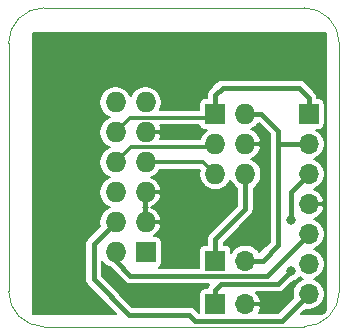
<source format=gbr>
G04 #@! TF.GenerationSoftware,KiCad,Pcbnew,5.1.5+dfsg1-2build2*
G04 #@! TF.CreationDate,2020-07-23T00:46:52+04:00*
G04 #@! TF.ProjectId,RailLink_Elsys_Adapter,5261696c-4c69-46e6-9b5f-456c7379735f,rev?*
G04 #@! TF.SameCoordinates,Original*
G04 #@! TF.FileFunction,Copper,L1,Top*
G04 #@! TF.FilePolarity,Positive*
%FSLAX46Y46*%
G04 Gerber Fmt 4.6, Leading zero omitted, Abs format (unit mm)*
G04 Created by KiCad (PCBNEW 5.1.5+dfsg1-2build2) date 2020-07-23 00:46:52*
%MOMM*%
%LPD*%
G04 APERTURE LIST*
%ADD10C,0.050000*%
%ADD11O,1.700000X1.700000*%
%ADD12R,1.700000X1.700000*%
%ADD13R,1.727200X1.727200*%
%ADD14O,1.727200X1.727200*%
%ADD15C,1.000000*%
%ADD16C,0.800000*%
%ADD17C,0.400000*%
%ADD18C,0.300000*%
%ADD19C,0.200000*%
G04 APERTURE END LIST*
D10*
X125000000Y-82000000D02*
G75*
G02X122000000Y-79000000I0J3000000D01*
G01*
X150000000Y-79000000D02*
G75*
G02X147000000Y-82000000I-3000000J0D01*
G01*
X147000000Y-55000000D02*
G75*
G02X150000000Y-58000000I0J-3000000D01*
G01*
X122000000Y-58000000D02*
G75*
G02X125000000Y-55000000I3000000J0D01*
G01*
X122000000Y-79000000D02*
X122000000Y-58000000D01*
X147000000Y-82000000D02*
X125000000Y-82000000D01*
X150000000Y-58000000D02*
X150000000Y-79000000D01*
X125000000Y-55000000D02*
X147000000Y-55000000D01*
D11*
X142040000Y-76400000D03*
D12*
X139500000Y-76400000D03*
D11*
X147400000Y-79240000D03*
X147400000Y-76700000D03*
X147400000Y-74160000D03*
X147400000Y-71620000D03*
X147400000Y-69080000D03*
X147400000Y-66540000D03*
D12*
X147400000Y-64000000D03*
D11*
X142040000Y-80100000D03*
D12*
X139500000Y-80100000D03*
D13*
X133600000Y-75700000D03*
D14*
X131060000Y-75700000D03*
X133600000Y-73160000D03*
X131060000Y-73160000D03*
X133600000Y-70620000D03*
X131060000Y-70620000D03*
X133600000Y-68080000D03*
X131060000Y-68080000D03*
X133600000Y-65540000D03*
X131060000Y-65540000D03*
X133600000Y-63000000D03*
X131060000Y-63000000D03*
X142040000Y-69080000D03*
X139500000Y-69080000D03*
X142040000Y-66540000D03*
X139500000Y-66540000D03*
X142040000Y-64000000D03*
D13*
X139500000Y-64000000D03*
D15*
X125000000Y-60000000D03*
X125000000Y-65000000D03*
X125000000Y-70000000D03*
X125000000Y-75000000D03*
X125000000Y-80000000D03*
X130000000Y-60000000D03*
X135000000Y-60000000D03*
X140000000Y-60000000D03*
X145000000Y-60000000D03*
X136000000Y-65600000D03*
X136000000Y-69500000D03*
X140500000Y-71000000D03*
X137500000Y-79500000D03*
X132500000Y-79500000D03*
X130500000Y-77500000D03*
X136000000Y-73000000D03*
X136000000Y-76500000D03*
X141500000Y-74500000D03*
X143500000Y-74500000D03*
X143500000Y-68000000D03*
X144000000Y-80000000D03*
X145500000Y-79500000D03*
D16*
X145900000Y-77300000D03*
X145900000Y-73000000D03*
D17*
X139500000Y-76400000D02*
X139500000Y-74600000D01*
X142040000Y-72060000D02*
X142040000Y-69080000D01*
X139500000Y-74600000D02*
X142040000Y-72060000D01*
D18*
X138500000Y-68080000D02*
X139500000Y-69080000D01*
X133600000Y-68080000D02*
X138500000Y-68080000D01*
X131060000Y-68080000D02*
X132386399Y-66753601D01*
X139286399Y-66753601D02*
X139500000Y-66540000D01*
X132386399Y-66753601D02*
X139286399Y-66753601D01*
D17*
X142360000Y-64320000D02*
X142040000Y-64000000D01*
X142040000Y-76400000D02*
X143500000Y-76400000D01*
X143500000Y-76400000D02*
X144800000Y-75100000D01*
X143400000Y-64000000D02*
X142040000Y-64000000D01*
X144800000Y-65400000D02*
X143400000Y-64000000D01*
X144860000Y-66540000D02*
X144800000Y-66600000D01*
X147400000Y-66540000D02*
X144860000Y-66540000D01*
X144800000Y-66600000D02*
X144800000Y-65400000D01*
X144800000Y-75100000D02*
X144800000Y-66600000D01*
D18*
X131060000Y-65540000D02*
X132300000Y-64300000D01*
X139200000Y-64300000D02*
X139500000Y-64000000D01*
X132300000Y-64300000D02*
X139200000Y-64300000D01*
D17*
X139500000Y-62400000D02*
X139500000Y-64000000D01*
X140120000Y-61780000D02*
X139500000Y-62400000D01*
X140120000Y-61780000D02*
X146580000Y-61780000D01*
X147400000Y-62600000D02*
X147400000Y-64000000D01*
X146580000Y-61780000D02*
X147400000Y-62600000D01*
X145140000Y-81500000D02*
X147400000Y-79240000D01*
X137800000Y-81500000D02*
X145140000Y-81500000D01*
X132200000Y-81000000D02*
X137300000Y-81000000D01*
X137300000Y-81000000D02*
X137800000Y-81500000D01*
X129200000Y-78000000D02*
X132200000Y-81000000D01*
X129200000Y-75020000D02*
X129200000Y-78000000D01*
X131060000Y-73160000D02*
X129200000Y-75020000D01*
X143860000Y-77700000D02*
X147400000Y-74160000D01*
X132300000Y-77700000D02*
X143860000Y-77700000D01*
X131060000Y-76460000D02*
X132300000Y-77700000D01*
X131060000Y-75700000D02*
X131060000Y-76460000D01*
X139500000Y-80100000D02*
X139500000Y-78900000D01*
X139500000Y-78900000D02*
X140000000Y-78400000D01*
X140000000Y-78400000D02*
X144800000Y-78400000D01*
X144800000Y-78400000D02*
X145900000Y-77300000D01*
X145900000Y-70580000D02*
X147400000Y-69080000D01*
X145900000Y-73000000D02*
X145900000Y-70580000D01*
D19*
G36*
X148900000Y-80563674D02*
G01*
X148754399Y-80742198D01*
X148563649Y-80900000D01*
X146729950Y-80900000D01*
X147077626Y-80552324D01*
X147267037Y-80590000D01*
X147532963Y-80590000D01*
X147793780Y-80538120D01*
X148039465Y-80436354D01*
X148260575Y-80288613D01*
X148448613Y-80100575D01*
X148596354Y-79879465D01*
X148698120Y-79633780D01*
X148750000Y-79372963D01*
X148750000Y-79107037D01*
X148698120Y-78846220D01*
X148596354Y-78600535D01*
X148448613Y-78379425D01*
X148260575Y-78191387D01*
X148039465Y-78043646D01*
X147861668Y-77970000D01*
X148039465Y-77896354D01*
X148260575Y-77748613D01*
X148448613Y-77560575D01*
X148596354Y-77339465D01*
X148698120Y-77093780D01*
X148750000Y-76832963D01*
X148750000Y-76567037D01*
X148698120Y-76306220D01*
X148596354Y-76060535D01*
X148448613Y-75839425D01*
X148260575Y-75651387D01*
X148039465Y-75503646D01*
X147861668Y-75430000D01*
X148039465Y-75356354D01*
X148260575Y-75208613D01*
X148448613Y-75020575D01*
X148596354Y-74799465D01*
X148698120Y-74553780D01*
X148750000Y-74292963D01*
X148750000Y-74027037D01*
X148698120Y-73766220D01*
X148596354Y-73520535D01*
X148448613Y-73299425D01*
X148260575Y-73111387D01*
X148039465Y-72963646D01*
X147851106Y-72885625D01*
X147959795Y-72848470D01*
X148188701Y-72715655D01*
X148387298Y-72540734D01*
X148547954Y-72330430D01*
X148664494Y-72092825D01*
X148714072Y-71929375D01*
X148620912Y-71720000D01*
X147500000Y-71720000D01*
X147500000Y-71740000D01*
X147300000Y-71740000D01*
X147300000Y-71720000D01*
X147280000Y-71720000D01*
X147280000Y-71520000D01*
X147300000Y-71520000D01*
X147300000Y-71500000D01*
X147500000Y-71500000D01*
X147500000Y-71520000D01*
X148620912Y-71520000D01*
X148714072Y-71310625D01*
X148664494Y-71147175D01*
X148547954Y-70909570D01*
X148387298Y-70699266D01*
X148188701Y-70524345D01*
X147959795Y-70391530D01*
X147851106Y-70354375D01*
X148039465Y-70276354D01*
X148260575Y-70128613D01*
X148448613Y-69940575D01*
X148596354Y-69719465D01*
X148698120Y-69473780D01*
X148750000Y-69212963D01*
X148750000Y-68947037D01*
X148698120Y-68686220D01*
X148596354Y-68440535D01*
X148448613Y-68219425D01*
X148260575Y-68031387D01*
X148039465Y-67883646D01*
X147861668Y-67810000D01*
X148039465Y-67736354D01*
X148260575Y-67588613D01*
X148448613Y-67400575D01*
X148596354Y-67179465D01*
X148698120Y-66933780D01*
X148750000Y-66672963D01*
X148750000Y-66407037D01*
X148698120Y-66146220D01*
X148596354Y-65900535D01*
X148448613Y-65679425D01*
X148260575Y-65491387D01*
X148052595Y-65352419D01*
X148250000Y-65352419D01*
X148348017Y-65342765D01*
X148442267Y-65314175D01*
X148529129Y-65267746D01*
X148605264Y-65205264D01*
X148667746Y-65129129D01*
X148714175Y-65042267D01*
X148742765Y-64948017D01*
X148752419Y-64850000D01*
X148752419Y-63150000D01*
X148742765Y-63051983D01*
X148714175Y-62957733D01*
X148667746Y-62870871D01*
X148605264Y-62794736D01*
X148529129Y-62732254D01*
X148442267Y-62685825D01*
X148348017Y-62657235D01*
X148250000Y-62647581D01*
X148100000Y-62647581D01*
X148100000Y-62634386D01*
X148103387Y-62599999D01*
X148091568Y-62480000D01*
X148089872Y-62462776D01*
X148049845Y-62330825D01*
X148021273Y-62277370D01*
X147984845Y-62209218D01*
X147919292Y-62129342D01*
X147919287Y-62129337D01*
X147897369Y-62102630D01*
X147870663Y-62080713D01*
X147099296Y-61309347D01*
X147077370Y-61282630D01*
X146970781Y-61195155D01*
X146849175Y-61130155D01*
X146717224Y-61090128D01*
X146614390Y-61080000D01*
X146614387Y-61080000D01*
X146580000Y-61076613D01*
X146545613Y-61080000D01*
X140154386Y-61080000D01*
X140119999Y-61076613D01*
X140085612Y-61080000D01*
X140085610Y-61080000D01*
X139982776Y-61090128D01*
X139850825Y-61130155D01*
X139729219Y-61195155D01*
X139622630Y-61282630D01*
X139600704Y-61309347D01*
X139029343Y-61880708D01*
X139002630Y-61902631D01*
X138980709Y-61929342D01*
X138980708Y-61929343D01*
X138915155Y-62009219D01*
X138850948Y-62129342D01*
X138850155Y-62130826D01*
X138810128Y-62262777D01*
X138800000Y-62365610D01*
X138796613Y-62400000D01*
X138800000Y-62434387D01*
X138800000Y-62633981D01*
X138636400Y-62633981D01*
X138538383Y-62643635D01*
X138444133Y-62672225D01*
X138357271Y-62718654D01*
X138281136Y-62781136D01*
X138218654Y-62857271D01*
X138172225Y-62944133D01*
X138143635Y-63038383D01*
X138133981Y-63136400D01*
X138133981Y-63650000D01*
X134805672Y-63650000D01*
X134808407Y-63645907D01*
X134911198Y-63397747D01*
X134963600Y-63134303D01*
X134963600Y-62865697D01*
X134911198Y-62602253D01*
X134808407Y-62354093D01*
X134659177Y-62130756D01*
X134469244Y-61940823D01*
X134245907Y-61791593D01*
X133997747Y-61688802D01*
X133734303Y-61636400D01*
X133465697Y-61636400D01*
X133202253Y-61688802D01*
X132954093Y-61791593D01*
X132730756Y-61940823D01*
X132540823Y-62130756D01*
X132391593Y-62354093D01*
X132330000Y-62502792D01*
X132268407Y-62354093D01*
X132119177Y-62130756D01*
X131929244Y-61940823D01*
X131705907Y-61791593D01*
X131457747Y-61688802D01*
X131194303Y-61636400D01*
X130925697Y-61636400D01*
X130662253Y-61688802D01*
X130414093Y-61791593D01*
X130190756Y-61940823D01*
X130000823Y-62130756D01*
X129851593Y-62354093D01*
X129748802Y-62602253D01*
X129696400Y-62865697D01*
X129696400Y-63134303D01*
X129748802Y-63397747D01*
X129851593Y-63645907D01*
X130000823Y-63869244D01*
X130190756Y-64059177D01*
X130414093Y-64208407D01*
X130562792Y-64270000D01*
X130414093Y-64331593D01*
X130190756Y-64480823D01*
X130000823Y-64670756D01*
X129851593Y-64894093D01*
X129748802Y-65142253D01*
X129696400Y-65405697D01*
X129696400Y-65674303D01*
X129748802Y-65937747D01*
X129851593Y-66185907D01*
X130000823Y-66409244D01*
X130190756Y-66599177D01*
X130414093Y-66748407D01*
X130562792Y-66810000D01*
X130414093Y-66871593D01*
X130190756Y-67020823D01*
X130000823Y-67210756D01*
X129851593Y-67434093D01*
X129748802Y-67682253D01*
X129696400Y-67945697D01*
X129696400Y-68214303D01*
X129748802Y-68477747D01*
X129851593Y-68725907D01*
X130000823Y-68949244D01*
X130190756Y-69139177D01*
X130414093Y-69288407D01*
X130562792Y-69350000D01*
X130414093Y-69411593D01*
X130190756Y-69560823D01*
X130000823Y-69750756D01*
X129851593Y-69974093D01*
X129748802Y-70222253D01*
X129696400Y-70485697D01*
X129696400Y-70754303D01*
X129748802Y-71017747D01*
X129851593Y-71265907D01*
X130000823Y-71489244D01*
X130190756Y-71679177D01*
X130414093Y-71828407D01*
X130562792Y-71890000D01*
X130414093Y-71951593D01*
X130190756Y-72100823D01*
X130000823Y-72290756D01*
X129851593Y-72514093D01*
X129748802Y-72762253D01*
X129696400Y-73025697D01*
X129696400Y-73294303D01*
X129736110Y-73493941D01*
X128729343Y-74500708D01*
X128702630Y-74522631D01*
X128680709Y-74549342D01*
X128680708Y-74549343D01*
X128615155Y-74629219D01*
X128572394Y-74709219D01*
X128550155Y-74750826D01*
X128510128Y-74882777D01*
X128502249Y-74962776D01*
X128496613Y-75020000D01*
X128500000Y-75054387D01*
X128500001Y-77965603D01*
X128496613Y-78000000D01*
X128510129Y-78137223D01*
X128550155Y-78269174D01*
X128615155Y-78390781D01*
X128680708Y-78470657D01*
X128702631Y-78497370D01*
X128729342Y-78519291D01*
X131110050Y-80900000D01*
X124100000Y-80900000D01*
X124100000Y-57100000D01*
X148900000Y-57100000D01*
X148900000Y-80563674D01*
G37*
X148900000Y-80563674D02*
X148754399Y-80742198D01*
X148563649Y-80900000D01*
X146729950Y-80900000D01*
X147077626Y-80552324D01*
X147267037Y-80590000D01*
X147532963Y-80590000D01*
X147793780Y-80538120D01*
X148039465Y-80436354D01*
X148260575Y-80288613D01*
X148448613Y-80100575D01*
X148596354Y-79879465D01*
X148698120Y-79633780D01*
X148750000Y-79372963D01*
X148750000Y-79107037D01*
X148698120Y-78846220D01*
X148596354Y-78600535D01*
X148448613Y-78379425D01*
X148260575Y-78191387D01*
X148039465Y-78043646D01*
X147861668Y-77970000D01*
X148039465Y-77896354D01*
X148260575Y-77748613D01*
X148448613Y-77560575D01*
X148596354Y-77339465D01*
X148698120Y-77093780D01*
X148750000Y-76832963D01*
X148750000Y-76567037D01*
X148698120Y-76306220D01*
X148596354Y-76060535D01*
X148448613Y-75839425D01*
X148260575Y-75651387D01*
X148039465Y-75503646D01*
X147861668Y-75430000D01*
X148039465Y-75356354D01*
X148260575Y-75208613D01*
X148448613Y-75020575D01*
X148596354Y-74799465D01*
X148698120Y-74553780D01*
X148750000Y-74292963D01*
X148750000Y-74027037D01*
X148698120Y-73766220D01*
X148596354Y-73520535D01*
X148448613Y-73299425D01*
X148260575Y-73111387D01*
X148039465Y-72963646D01*
X147851106Y-72885625D01*
X147959795Y-72848470D01*
X148188701Y-72715655D01*
X148387298Y-72540734D01*
X148547954Y-72330430D01*
X148664494Y-72092825D01*
X148714072Y-71929375D01*
X148620912Y-71720000D01*
X147500000Y-71720000D01*
X147500000Y-71740000D01*
X147300000Y-71740000D01*
X147300000Y-71720000D01*
X147280000Y-71720000D01*
X147280000Y-71520000D01*
X147300000Y-71520000D01*
X147300000Y-71500000D01*
X147500000Y-71500000D01*
X147500000Y-71520000D01*
X148620912Y-71520000D01*
X148714072Y-71310625D01*
X148664494Y-71147175D01*
X148547954Y-70909570D01*
X148387298Y-70699266D01*
X148188701Y-70524345D01*
X147959795Y-70391530D01*
X147851106Y-70354375D01*
X148039465Y-70276354D01*
X148260575Y-70128613D01*
X148448613Y-69940575D01*
X148596354Y-69719465D01*
X148698120Y-69473780D01*
X148750000Y-69212963D01*
X148750000Y-68947037D01*
X148698120Y-68686220D01*
X148596354Y-68440535D01*
X148448613Y-68219425D01*
X148260575Y-68031387D01*
X148039465Y-67883646D01*
X147861668Y-67810000D01*
X148039465Y-67736354D01*
X148260575Y-67588613D01*
X148448613Y-67400575D01*
X148596354Y-67179465D01*
X148698120Y-66933780D01*
X148750000Y-66672963D01*
X148750000Y-66407037D01*
X148698120Y-66146220D01*
X148596354Y-65900535D01*
X148448613Y-65679425D01*
X148260575Y-65491387D01*
X148052595Y-65352419D01*
X148250000Y-65352419D01*
X148348017Y-65342765D01*
X148442267Y-65314175D01*
X148529129Y-65267746D01*
X148605264Y-65205264D01*
X148667746Y-65129129D01*
X148714175Y-65042267D01*
X148742765Y-64948017D01*
X148752419Y-64850000D01*
X148752419Y-63150000D01*
X148742765Y-63051983D01*
X148714175Y-62957733D01*
X148667746Y-62870871D01*
X148605264Y-62794736D01*
X148529129Y-62732254D01*
X148442267Y-62685825D01*
X148348017Y-62657235D01*
X148250000Y-62647581D01*
X148100000Y-62647581D01*
X148100000Y-62634386D01*
X148103387Y-62599999D01*
X148091568Y-62480000D01*
X148089872Y-62462776D01*
X148049845Y-62330825D01*
X148021273Y-62277370D01*
X147984845Y-62209218D01*
X147919292Y-62129342D01*
X147919287Y-62129337D01*
X147897369Y-62102630D01*
X147870663Y-62080713D01*
X147099296Y-61309347D01*
X147077370Y-61282630D01*
X146970781Y-61195155D01*
X146849175Y-61130155D01*
X146717224Y-61090128D01*
X146614390Y-61080000D01*
X146614387Y-61080000D01*
X146580000Y-61076613D01*
X146545613Y-61080000D01*
X140154386Y-61080000D01*
X140119999Y-61076613D01*
X140085612Y-61080000D01*
X140085610Y-61080000D01*
X139982776Y-61090128D01*
X139850825Y-61130155D01*
X139729219Y-61195155D01*
X139622630Y-61282630D01*
X139600704Y-61309347D01*
X139029343Y-61880708D01*
X139002630Y-61902631D01*
X138980709Y-61929342D01*
X138980708Y-61929343D01*
X138915155Y-62009219D01*
X138850948Y-62129342D01*
X138850155Y-62130826D01*
X138810128Y-62262777D01*
X138800000Y-62365610D01*
X138796613Y-62400000D01*
X138800000Y-62434387D01*
X138800000Y-62633981D01*
X138636400Y-62633981D01*
X138538383Y-62643635D01*
X138444133Y-62672225D01*
X138357271Y-62718654D01*
X138281136Y-62781136D01*
X138218654Y-62857271D01*
X138172225Y-62944133D01*
X138143635Y-63038383D01*
X138133981Y-63136400D01*
X138133981Y-63650000D01*
X134805672Y-63650000D01*
X134808407Y-63645907D01*
X134911198Y-63397747D01*
X134963600Y-63134303D01*
X134963600Y-62865697D01*
X134911198Y-62602253D01*
X134808407Y-62354093D01*
X134659177Y-62130756D01*
X134469244Y-61940823D01*
X134245907Y-61791593D01*
X133997747Y-61688802D01*
X133734303Y-61636400D01*
X133465697Y-61636400D01*
X133202253Y-61688802D01*
X132954093Y-61791593D01*
X132730756Y-61940823D01*
X132540823Y-62130756D01*
X132391593Y-62354093D01*
X132330000Y-62502792D01*
X132268407Y-62354093D01*
X132119177Y-62130756D01*
X131929244Y-61940823D01*
X131705907Y-61791593D01*
X131457747Y-61688802D01*
X131194303Y-61636400D01*
X130925697Y-61636400D01*
X130662253Y-61688802D01*
X130414093Y-61791593D01*
X130190756Y-61940823D01*
X130000823Y-62130756D01*
X129851593Y-62354093D01*
X129748802Y-62602253D01*
X129696400Y-62865697D01*
X129696400Y-63134303D01*
X129748802Y-63397747D01*
X129851593Y-63645907D01*
X130000823Y-63869244D01*
X130190756Y-64059177D01*
X130414093Y-64208407D01*
X130562792Y-64270000D01*
X130414093Y-64331593D01*
X130190756Y-64480823D01*
X130000823Y-64670756D01*
X129851593Y-64894093D01*
X129748802Y-65142253D01*
X129696400Y-65405697D01*
X129696400Y-65674303D01*
X129748802Y-65937747D01*
X129851593Y-66185907D01*
X130000823Y-66409244D01*
X130190756Y-66599177D01*
X130414093Y-66748407D01*
X130562792Y-66810000D01*
X130414093Y-66871593D01*
X130190756Y-67020823D01*
X130000823Y-67210756D01*
X129851593Y-67434093D01*
X129748802Y-67682253D01*
X129696400Y-67945697D01*
X129696400Y-68214303D01*
X129748802Y-68477747D01*
X129851593Y-68725907D01*
X130000823Y-68949244D01*
X130190756Y-69139177D01*
X130414093Y-69288407D01*
X130562792Y-69350000D01*
X130414093Y-69411593D01*
X130190756Y-69560823D01*
X130000823Y-69750756D01*
X129851593Y-69974093D01*
X129748802Y-70222253D01*
X129696400Y-70485697D01*
X129696400Y-70754303D01*
X129748802Y-71017747D01*
X129851593Y-71265907D01*
X130000823Y-71489244D01*
X130190756Y-71679177D01*
X130414093Y-71828407D01*
X130562792Y-71890000D01*
X130414093Y-71951593D01*
X130190756Y-72100823D01*
X130000823Y-72290756D01*
X129851593Y-72514093D01*
X129748802Y-72762253D01*
X129696400Y-73025697D01*
X129696400Y-73294303D01*
X129736110Y-73493941D01*
X128729343Y-74500708D01*
X128702630Y-74522631D01*
X128680709Y-74549342D01*
X128680708Y-74549343D01*
X128615155Y-74629219D01*
X128572394Y-74709219D01*
X128550155Y-74750826D01*
X128510128Y-74882777D01*
X128502249Y-74962776D01*
X128496613Y-75020000D01*
X128500000Y-75054387D01*
X128500001Y-77965603D01*
X128496613Y-78000000D01*
X128510129Y-78137223D01*
X128550155Y-78269174D01*
X128615155Y-78390781D01*
X128680708Y-78470657D01*
X128702631Y-78497370D01*
X128729342Y-78519291D01*
X131110050Y-80900000D01*
X124100000Y-80900000D01*
X124100000Y-57100000D01*
X148900000Y-57100000D01*
X148900000Y-80563674D01*
G36*
X130000823Y-76569244D02*
G01*
X130190756Y-76759177D01*
X130414093Y-76908407D01*
X130592255Y-76982204D01*
X131780708Y-78170658D01*
X131802630Y-78197370D01*
X131829341Y-78219291D01*
X131829342Y-78219292D01*
X131909218Y-78284845D01*
X132030825Y-78349845D01*
X132162776Y-78389872D01*
X132265610Y-78400000D01*
X132265613Y-78400000D01*
X132300000Y-78403387D01*
X132334387Y-78400000D01*
X139005836Y-78400000D01*
X139002631Y-78402630D01*
X138980710Y-78429341D01*
X138980708Y-78429343D01*
X138915155Y-78509219D01*
X138850155Y-78630826D01*
X138827684Y-78704904D01*
X138814738Y-78747581D01*
X138650000Y-78747581D01*
X138551983Y-78757235D01*
X138457733Y-78785825D01*
X138370871Y-78832254D01*
X138294736Y-78894736D01*
X138232254Y-78970871D01*
X138185825Y-79057733D01*
X138157235Y-79151983D01*
X138147581Y-79250000D01*
X138147581Y-80800000D01*
X138089950Y-80800000D01*
X137819296Y-80529346D01*
X137797370Y-80502630D01*
X137690781Y-80415155D01*
X137569175Y-80350155D01*
X137437224Y-80310128D01*
X137334390Y-80300000D01*
X137334387Y-80300000D01*
X137300000Y-80296613D01*
X137265613Y-80300000D01*
X132489950Y-80300000D01*
X129900000Y-77710051D01*
X129900000Y-76418353D01*
X130000823Y-76569244D01*
G37*
X130000823Y-76569244D02*
X130190756Y-76759177D01*
X130414093Y-76908407D01*
X130592255Y-76982204D01*
X131780708Y-78170658D01*
X131802630Y-78197370D01*
X131829341Y-78219291D01*
X131829342Y-78219292D01*
X131909218Y-78284845D01*
X132030825Y-78349845D01*
X132162776Y-78389872D01*
X132265610Y-78400000D01*
X132265613Y-78400000D01*
X132300000Y-78403387D01*
X132334387Y-78400000D01*
X139005836Y-78400000D01*
X139002631Y-78402630D01*
X138980710Y-78429341D01*
X138980708Y-78429343D01*
X138915155Y-78509219D01*
X138850155Y-78630826D01*
X138827684Y-78704904D01*
X138814738Y-78747581D01*
X138650000Y-78747581D01*
X138551983Y-78757235D01*
X138457733Y-78785825D01*
X138370871Y-78832254D01*
X138294736Y-78894736D01*
X138232254Y-78970871D01*
X138185825Y-79057733D01*
X138157235Y-79151983D01*
X138147581Y-79250000D01*
X138147581Y-80800000D01*
X138089950Y-80800000D01*
X137819296Y-80529346D01*
X137797370Y-80502630D01*
X137690781Y-80415155D01*
X137569175Y-80350155D01*
X137437224Y-80310128D01*
X137334390Y-80300000D01*
X137334387Y-80300000D01*
X137300000Y-80296613D01*
X137265613Y-80300000D01*
X132489950Y-80300000D01*
X129900000Y-77710051D01*
X129900000Y-76418353D01*
X130000823Y-76569244D01*
G36*
X146760535Y-77896354D02*
G01*
X146938332Y-77970000D01*
X146760535Y-78043646D01*
X146539425Y-78191387D01*
X146351387Y-78379425D01*
X146203646Y-78600535D01*
X146101880Y-78846220D01*
X146050000Y-79107037D01*
X146050000Y-79372963D01*
X146087676Y-79562374D01*
X144850051Y-80800000D01*
X143187121Y-80800000D01*
X143268470Y-80659795D01*
X143354076Y-80409376D01*
X143261295Y-80200000D01*
X142140000Y-80200000D01*
X142140000Y-80220000D01*
X141940000Y-80220000D01*
X141940000Y-80200000D01*
X141920000Y-80200000D01*
X141920000Y-80000000D01*
X141940000Y-80000000D01*
X141940000Y-79980000D01*
X142140000Y-79980000D01*
X142140000Y-80000000D01*
X143261295Y-80000000D01*
X143354076Y-79790624D01*
X143268470Y-79540205D01*
X143135655Y-79311299D01*
X142960734Y-79112702D01*
X142944107Y-79100000D01*
X144765613Y-79100000D01*
X144800000Y-79103387D01*
X144834387Y-79100000D01*
X144834390Y-79100000D01*
X144937224Y-79089872D01*
X145069175Y-79049845D01*
X145190781Y-78984845D01*
X145297370Y-78897370D01*
X145319296Y-78870653D01*
X145990274Y-78199675D01*
X146162520Y-78165414D01*
X146326310Y-78097570D01*
X146473717Y-77999076D01*
X146599076Y-77873717D01*
X146638455Y-77814783D01*
X146760535Y-77896354D01*
G37*
X146760535Y-77896354D02*
X146938332Y-77970000D01*
X146760535Y-78043646D01*
X146539425Y-78191387D01*
X146351387Y-78379425D01*
X146203646Y-78600535D01*
X146101880Y-78846220D01*
X146050000Y-79107037D01*
X146050000Y-79372963D01*
X146087676Y-79562374D01*
X144850051Y-80800000D01*
X143187121Y-80800000D01*
X143268470Y-80659795D01*
X143354076Y-80409376D01*
X143261295Y-80200000D01*
X142140000Y-80200000D01*
X142140000Y-80220000D01*
X141940000Y-80220000D01*
X141940000Y-80200000D01*
X141920000Y-80200000D01*
X141920000Y-80000000D01*
X141940000Y-80000000D01*
X141940000Y-79980000D01*
X142140000Y-79980000D01*
X142140000Y-80000000D01*
X143261295Y-80000000D01*
X143354076Y-79790624D01*
X143268470Y-79540205D01*
X143135655Y-79311299D01*
X142960734Y-79112702D01*
X142944107Y-79100000D01*
X144765613Y-79100000D01*
X144800000Y-79103387D01*
X144834387Y-79100000D01*
X144834390Y-79100000D01*
X144937224Y-79089872D01*
X145069175Y-79049845D01*
X145190781Y-78984845D01*
X145297370Y-78897370D01*
X145319296Y-78870653D01*
X145990274Y-78199675D01*
X146162520Y-78165414D01*
X146326310Y-78097570D01*
X146473717Y-77999076D01*
X146599076Y-77873717D01*
X146638455Y-77814783D01*
X146760535Y-77896354D01*
G36*
X138136400Y-68945697D02*
G01*
X138136400Y-69214303D01*
X138188802Y-69477747D01*
X138291593Y-69725907D01*
X138440823Y-69949244D01*
X138630756Y-70139177D01*
X138854093Y-70288407D01*
X139102253Y-70391198D01*
X139365697Y-70443600D01*
X139634303Y-70443600D01*
X139897747Y-70391198D01*
X140145907Y-70288407D01*
X140369244Y-70139177D01*
X140559177Y-69949244D01*
X140708407Y-69725907D01*
X140770000Y-69577208D01*
X140831593Y-69725907D01*
X140980823Y-69949244D01*
X141170756Y-70139177D01*
X141340001Y-70252263D01*
X141340000Y-71770051D01*
X139029342Y-74080709D01*
X139002631Y-74102630D01*
X138980710Y-74129341D01*
X138980708Y-74129343D01*
X138915155Y-74209219D01*
X138850155Y-74330826D01*
X138810129Y-74462777D01*
X138796613Y-74600000D01*
X138800001Y-74634397D01*
X138800001Y-75047581D01*
X138650000Y-75047581D01*
X138551983Y-75057235D01*
X138457733Y-75085825D01*
X138370871Y-75132254D01*
X138294736Y-75194736D01*
X138232254Y-75270871D01*
X138185825Y-75357733D01*
X138157235Y-75451983D01*
X138147581Y-75550000D01*
X138147581Y-77000000D01*
X134707830Y-77000000D01*
X134742729Y-76981346D01*
X134818864Y-76918864D01*
X134881346Y-76842729D01*
X134927775Y-76755867D01*
X134956365Y-76661617D01*
X134966019Y-76563600D01*
X134966019Y-74836400D01*
X134956365Y-74738383D01*
X134927775Y-74644133D01*
X134881346Y-74557271D01*
X134818864Y-74481136D01*
X134742729Y-74418654D01*
X134655867Y-74372225D01*
X134561617Y-74343635D01*
X134463600Y-74333981D01*
X134280677Y-74333981D01*
X134395827Y-74267283D01*
X134596556Y-74090749D01*
X134758988Y-73878446D01*
X134876880Y-73638534D01*
X134927542Y-73471508D01*
X134834557Y-73260000D01*
X133700000Y-73260000D01*
X133700000Y-73280000D01*
X133500000Y-73280000D01*
X133500000Y-73260000D01*
X133480000Y-73260000D01*
X133480000Y-73060000D01*
X133500000Y-73060000D01*
X133500000Y-71925068D01*
X133419913Y-71890000D01*
X133500000Y-71854932D01*
X133500000Y-70720000D01*
X133700000Y-70720000D01*
X133700000Y-71854932D01*
X133780087Y-71890000D01*
X133700000Y-71925068D01*
X133700000Y-73060000D01*
X134834557Y-73060000D01*
X134927542Y-72848492D01*
X134876880Y-72681466D01*
X134758988Y-72441554D01*
X134596556Y-72229251D01*
X134395827Y-72052717D01*
X134164515Y-71918735D01*
X134080254Y-71890000D01*
X134164515Y-71861265D01*
X134395827Y-71727283D01*
X134596556Y-71550749D01*
X134758988Y-71338446D01*
X134876880Y-71098534D01*
X134927542Y-70931508D01*
X134834557Y-70720000D01*
X133700000Y-70720000D01*
X133500000Y-70720000D01*
X133480000Y-70720000D01*
X133480000Y-70520000D01*
X133500000Y-70520000D01*
X133500000Y-70500000D01*
X133700000Y-70500000D01*
X133700000Y-70520000D01*
X134834557Y-70520000D01*
X134927542Y-70308492D01*
X134876880Y-70141466D01*
X134758988Y-69901554D01*
X134596556Y-69689251D01*
X134395827Y-69512717D01*
X134164515Y-69378735D01*
X134089552Y-69353171D01*
X134245907Y-69288407D01*
X134469244Y-69139177D01*
X134659177Y-68949244D01*
X134805672Y-68730000D01*
X138179305Y-68730000D01*
X138136400Y-68945697D01*
G37*
X138136400Y-68945697D02*
X138136400Y-69214303D01*
X138188802Y-69477747D01*
X138291593Y-69725907D01*
X138440823Y-69949244D01*
X138630756Y-70139177D01*
X138854093Y-70288407D01*
X139102253Y-70391198D01*
X139365697Y-70443600D01*
X139634303Y-70443600D01*
X139897747Y-70391198D01*
X140145907Y-70288407D01*
X140369244Y-70139177D01*
X140559177Y-69949244D01*
X140708407Y-69725907D01*
X140770000Y-69577208D01*
X140831593Y-69725907D01*
X140980823Y-69949244D01*
X141170756Y-70139177D01*
X141340001Y-70252263D01*
X141340000Y-71770051D01*
X139029342Y-74080709D01*
X139002631Y-74102630D01*
X138980710Y-74129341D01*
X138980708Y-74129343D01*
X138915155Y-74209219D01*
X138850155Y-74330826D01*
X138810129Y-74462777D01*
X138796613Y-74600000D01*
X138800001Y-74634397D01*
X138800001Y-75047581D01*
X138650000Y-75047581D01*
X138551983Y-75057235D01*
X138457733Y-75085825D01*
X138370871Y-75132254D01*
X138294736Y-75194736D01*
X138232254Y-75270871D01*
X138185825Y-75357733D01*
X138157235Y-75451983D01*
X138147581Y-75550000D01*
X138147581Y-77000000D01*
X134707830Y-77000000D01*
X134742729Y-76981346D01*
X134818864Y-76918864D01*
X134881346Y-76842729D01*
X134927775Y-76755867D01*
X134956365Y-76661617D01*
X134966019Y-76563600D01*
X134966019Y-74836400D01*
X134956365Y-74738383D01*
X134927775Y-74644133D01*
X134881346Y-74557271D01*
X134818864Y-74481136D01*
X134742729Y-74418654D01*
X134655867Y-74372225D01*
X134561617Y-74343635D01*
X134463600Y-74333981D01*
X134280677Y-74333981D01*
X134395827Y-74267283D01*
X134596556Y-74090749D01*
X134758988Y-73878446D01*
X134876880Y-73638534D01*
X134927542Y-73471508D01*
X134834557Y-73260000D01*
X133700000Y-73260000D01*
X133700000Y-73280000D01*
X133500000Y-73280000D01*
X133500000Y-73260000D01*
X133480000Y-73260000D01*
X133480000Y-73060000D01*
X133500000Y-73060000D01*
X133500000Y-71925068D01*
X133419913Y-71890000D01*
X133500000Y-71854932D01*
X133500000Y-70720000D01*
X133700000Y-70720000D01*
X133700000Y-71854932D01*
X133780087Y-71890000D01*
X133700000Y-71925068D01*
X133700000Y-73060000D01*
X134834557Y-73060000D01*
X134927542Y-72848492D01*
X134876880Y-72681466D01*
X134758988Y-72441554D01*
X134596556Y-72229251D01*
X134395827Y-72052717D01*
X134164515Y-71918735D01*
X134080254Y-71890000D01*
X134164515Y-71861265D01*
X134395827Y-71727283D01*
X134596556Y-71550749D01*
X134758988Y-71338446D01*
X134876880Y-71098534D01*
X134927542Y-70931508D01*
X134834557Y-70720000D01*
X133700000Y-70720000D01*
X133500000Y-70720000D01*
X133480000Y-70720000D01*
X133480000Y-70520000D01*
X133500000Y-70520000D01*
X133500000Y-70500000D01*
X133700000Y-70500000D01*
X133700000Y-70520000D01*
X134834557Y-70520000D01*
X134927542Y-70308492D01*
X134876880Y-70141466D01*
X134758988Y-69901554D01*
X134596556Y-69689251D01*
X134395827Y-69512717D01*
X134164515Y-69378735D01*
X134089552Y-69353171D01*
X134245907Y-69288407D01*
X134469244Y-69139177D01*
X134659177Y-68949244D01*
X134805672Y-68730000D01*
X138179305Y-68730000D01*
X138136400Y-68945697D01*
G36*
X144100001Y-65689951D02*
G01*
X144100000Y-66565610D01*
X144096613Y-66600000D01*
X144100000Y-66634387D01*
X144100000Y-66634389D01*
X144100001Y-66634399D01*
X144100000Y-74810050D01*
X143210051Y-75700000D01*
X143195906Y-75700000D01*
X143088613Y-75539425D01*
X142900575Y-75351387D01*
X142679465Y-75203646D01*
X142433780Y-75101880D01*
X142172963Y-75050000D01*
X141907037Y-75050000D01*
X141646220Y-75101880D01*
X141400535Y-75203646D01*
X141179425Y-75351387D01*
X140991387Y-75539425D01*
X140852419Y-75747405D01*
X140852419Y-75550000D01*
X140842765Y-75451983D01*
X140814175Y-75357733D01*
X140767746Y-75270871D01*
X140705264Y-75194736D01*
X140629129Y-75132254D01*
X140542267Y-75085825D01*
X140448017Y-75057235D01*
X140350000Y-75047581D01*
X140200000Y-75047581D01*
X140200000Y-74889949D01*
X142510658Y-72579291D01*
X142537369Y-72557370D01*
X142624845Y-72450781D01*
X142689845Y-72329175D01*
X142729872Y-72197224D01*
X142740000Y-72094390D01*
X142740000Y-72094388D01*
X142743387Y-72060001D01*
X142740000Y-72025614D01*
X142740000Y-70252263D01*
X142909244Y-70139177D01*
X143099177Y-69949244D01*
X143248407Y-69725907D01*
X143351198Y-69477747D01*
X143403600Y-69214303D01*
X143403600Y-68945697D01*
X143351198Y-68682253D01*
X143248407Y-68434093D01*
X143099177Y-68210756D01*
X142909244Y-68020823D01*
X142685907Y-67871593D01*
X142529552Y-67806829D01*
X142604515Y-67781265D01*
X142835827Y-67647283D01*
X143036556Y-67470749D01*
X143198988Y-67258446D01*
X143316880Y-67018534D01*
X143367542Y-66851508D01*
X143274557Y-66640000D01*
X142140000Y-66640000D01*
X142140000Y-66660000D01*
X141940000Y-66660000D01*
X141940000Y-66640000D01*
X141920000Y-66640000D01*
X141920000Y-66440000D01*
X141940000Y-66440000D01*
X141940000Y-66420000D01*
X142140000Y-66420000D01*
X142140000Y-66440000D01*
X143274557Y-66440000D01*
X143367542Y-66228492D01*
X143316880Y-66061466D01*
X143198988Y-65821554D01*
X143036556Y-65609251D01*
X142835827Y-65432717D01*
X142604515Y-65298735D01*
X142529552Y-65273171D01*
X142685907Y-65208407D01*
X142909244Y-65059177D01*
X143099177Y-64869244D01*
X143171322Y-64761272D01*
X144100001Y-65689951D01*
G37*
X144100001Y-65689951D02*
X144100000Y-66565610D01*
X144096613Y-66600000D01*
X144100000Y-66634387D01*
X144100000Y-66634389D01*
X144100001Y-66634399D01*
X144100000Y-74810050D01*
X143210051Y-75700000D01*
X143195906Y-75700000D01*
X143088613Y-75539425D01*
X142900575Y-75351387D01*
X142679465Y-75203646D01*
X142433780Y-75101880D01*
X142172963Y-75050000D01*
X141907037Y-75050000D01*
X141646220Y-75101880D01*
X141400535Y-75203646D01*
X141179425Y-75351387D01*
X140991387Y-75539425D01*
X140852419Y-75747405D01*
X140852419Y-75550000D01*
X140842765Y-75451983D01*
X140814175Y-75357733D01*
X140767746Y-75270871D01*
X140705264Y-75194736D01*
X140629129Y-75132254D01*
X140542267Y-75085825D01*
X140448017Y-75057235D01*
X140350000Y-75047581D01*
X140200000Y-75047581D01*
X140200000Y-74889949D01*
X142510658Y-72579291D01*
X142537369Y-72557370D01*
X142624845Y-72450781D01*
X142689845Y-72329175D01*
X142729872Y-72197224D01*
X142740000Y-72094390D01*
X142740000Y-72094388D01*
X142743387Y-72060001D01*
X142740000Y-72025614D01*
X142740000Y-70252263D01*
X142909244Y-70139177D01*
X143099177Y-69949244D01*
X143248407Y-69725907D01*
X143351198Y-69477747D01*
X143403600Y-69214303D01*
X143403600Y-68945697D01*
X143351198Y-68682253D01*
X143248407Y-68434093D01*
X143099177Y-68210756D01*
X142909244Y-68020823D01*
X142685907Y-67871593D01*
X142529552Y-67806829D01*
X142604515Y-67781265D01*
X142835827Y-67647283D01*
X143036556Y-67470749D01*
X143198988Y-67258446D01*
X143316880Y-67018534D01*
X143367542Y-66851508D01*
X143274557Y-66640000D01*
X142140000Y-66640000D01*
X142140000Y-66660000D01*
X141940000Y-66660000D01*
X141940000Y-66640000D01*
X141920000Y-66640000D01*
X141920000Y-66440000D01*
X141940000Y-66440000D01*
X141940000Y-66420000D01*
X142140000Y-66420000D01*
X142140000Y-66440000D01*
X143274557Y-66440000D01*
X143367542Y-66228492D01*
X143316880Y-66061466D01*
X143198988Y-65821554D01*
X143036556Y-65609251D01*
X142835827Y-65432717D01*
X142604515Y-65298735D01*
X142529552Y-65273171D01*
X142685907Y-65208407D01*
X142909244Y-65059177D01*
X143099177Y-64869244D01*
X143171322Y-64761272D01*
X144100001Y-65689951D01*
G36*
X138143635Y-64961617D02*
G01*
X138172225Y-65055867D01*
X138218654Y-65142729D01*
X138281136Y-65218864D01*
X138357271Y-65281346D01*
X138444133Y-65327775D01*
X138538383Y-65356365D01*
X138636400Y-65366019D01*
X138802571Y-65366019D01*
X138630756Y-65480823D01*
X138440823Y-65670756D01*
X138291593Y-65894093D01*
X138204812Y-66103601D01*
X134835078Y-66103601D01*
X134876880Y-66018534D01*
X134927542Y-65851508D01*
X134834557Y-65640000D01*
X133700000Y-65640000D01*
X133700000Y-65660000D01*
X133500000Y-65660000D01*
X133500000Y-65640000D01*
X133480000Y-65640000D01*
X133480000Y-65440000D01*
X133500000Y-65440000D01*
X133500000Y-65420000D01*
X133700000Y-65420000D01*
X133700000Y-65440000D01*
X134834557Y-65440000D01*
X134927542Y-65228492D01*
X134876880Y-65061466D01*
X134822106Y-64950000D01*
X138142491Y-64950000D01*
X138143635Y-64961617D01*
G37*
X138143635Y-64961617D02*
X138172225Y-65055867D01*
X138218654Y-65142729D01*
X138281136Y-65218864D01*
X138357271Y-65281346D01*
X138444133Y-65327775D01*
X138538383Y-65356365D01*
X138636400Y-65366019D01*
X138802571Y-65366019D01*
X138630756Y-65480823D01*
X138440823Y-65670756D01*
X138291593Y-65894093D01*
X138204812Y-66103601D01*
X134835078Y-66103601D01*
X134876880Y-66018534D01*
X134927542Y-65851508D01*
X134834557Y-65640000D01*
X133700000Y-65640000D01*
X133700000Y-65660000D01*
X133500000Y-65660000D01*
X133500000Y-65640000D01*
X133480000Y-65640000D01*
X133480000Y-65440000D01*
X133500000Y-65440000D01*
X133500000Y-65420000D01*
X133700000Y-65420000D01*
X133700000Y-65440000D01*
X134834557Y-65440000D01*
X134927542Y-65228492D01*
X134876880Y-65061466D01*
X134822106Y-64950000D01*
X138142491Y-64950000D01*
X138143635Y-64961617D01*
M02*

</source>
